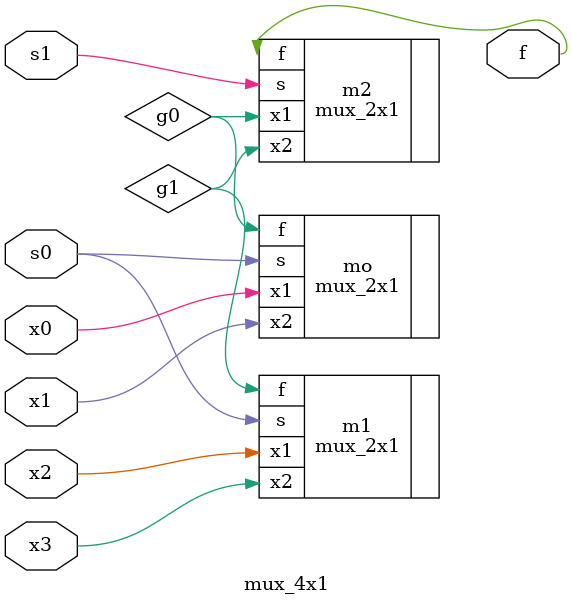
<source format=v>
`timescale 1ns / 1ps


module mux_4x1(input x0,x1,x2,x3,s0,s1,
output f
);
wire g0,g1;
mux_2x1 m1(.x1(x2),
                .x2(x3),
                .s(s0),
                .f(g1)
                 );
mux_2x1 mo(.x1(x0),
                .x2(x1),
                .s(s0),
                .f(g0)
                );//g0 output of mux1

mux_2x1 m2(.x1(g0),
                .x2(g1),
                .s(s1),
                .f(f)
                 );

endmodule
</source>
